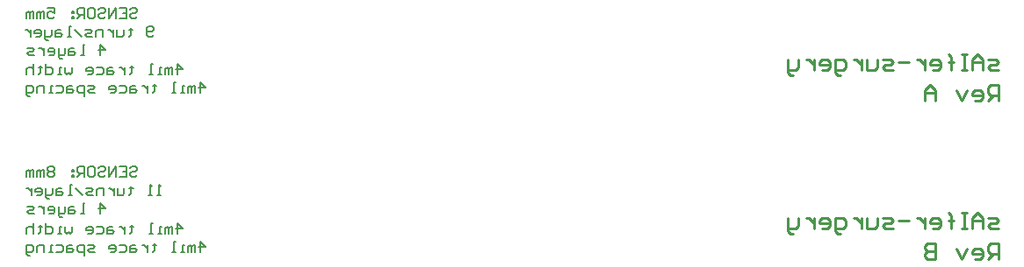
<source format=gbo>
G04*
G04 #@! TF.GenerationSoftware,Altium Limited,Altium Designer,19.1.9 (167)*
G04*
G04 Layer_Color=32896*
%FSLAX24Y24*%
%MOIN*%
G70*
G01*
G75*
%ADD38C,0.0100*%
%ADD59C,0.0070*%
D38*
X38490Y7950D02*
X38190D01*
X38090Y8050D01*
X38190Y8150D01*
X38390D01*
X38490Y8250D01*
X38390Y8350D01*
X38090D01*
X37890Y7950D02*
Y8350D01*
X37690Y8550D01*
X37490Y8350D01*
Y7950D01*
Y8250D01*
X37890D01*
X37290Y8550D02*
X37090D01*
X37190D01*
Y7950D01*
X37290D01*
X37090D01*
X36691D02*
Y8450D01*
Y8250D01*
X36791D01*
X36591D01*
X36691D01*
Y8450D01*
X36591Y8550D01*
X35991Y7950D02*
X36191D01*
X36291Y8050D01*
Y8250D01*
X36191Y8350D01*
X35991D01*
X35891Y8250D01*
Y8150D01*
X36291D01*
X35691Y8350D02*
Y7950D01*
Y8150D01*
X35591Y8250D01*
X35491Y8350D01*
X35391D01*
X35091Y8250D02*
X34691D01*
X34491Y7950D02*
X34191D01*
X34091Y8050D01*
X34191Y8150D01*
X34391D01*
X34491Y8250D01*
X34391Y8350D01*
X34091D01*
X33891D02*
Y8050D01*
X33792Y7950D01*
X33492D01*
Y8350D01*
X33292D02*
Y7950D01*
Y8150D01*
X33192Y8250D01*
X33092Y8350D01*
X32992D01*
X32492Y7750D02*
X32392D01*
X32292Y7850D01*
Y8350D01*
X32592D01*
X32692Y8250D01*
Y8050D01*
X32592Y7950D01*
X32292D01*
X31792D02*
X31992D01*
X32092Y8050D01*
Y8250D01*
X31992Y8350D01*
X31792D01*
X31692Y8250D01*
Y8150D01*
X32092D01*
X31492Y8350D02*
Y7950D01*
Y8150D01*
X31392Y8250D01*
X31292Y8350D01*
X31192D01*
X30892D02*
Y8050D01*
X30792Y7950D01*
X30493D01*
Y7850D01*
X30593Y7750D01*
X30693D01*
X30493Y7950D02*
Y8350D01*
X38490Y6790D02*
Y7390D01*
X38190D01*
X38090Y7290D01*
Y7090D01*
X38190Y6990D01*
X38490D01*
X38290D02*
X38090Y6790D01*
X37590D02*
X37790D01*
X37890Y6890D01*
Y7090D01*
X37790Y7190D01*
X37590D01*
X37490Y7090D01*
Y6990D01*
X37890D01*
X37290Y7190D02*
X37090Y6790D01*
X36891Y7190D01*
X36091Y6790D02*
Y7190D01*
X35891Y7390D01*
X35691Y7190D01*
Y6790D01*
Y7090D01*
X36091D01*
X38490Y1900D02*
X38190D01*
X38090Y2000D01*
X38190Y2100D01*
X38390D01*
X38490Y2200D01*
X38390Y2300D01*
X38090D01*
X37890Y1900D02*
Y2300D01*
X37690Y2500D01*
X37490Y2300D01*
Y1900D01*
Y2200D01*
X37890D01*
X37290Y2500D02*
X37090D01*
X37190D01*
Y1900D01*
X37290D01*
X37090D01*
X36691D02*
Y2400D01*
Y2200D01*
X36791D01*
X36591D01*
X36691D01*
Y2400D01*
X36591Y2500D01*
X35991Y1900D02*
X36191D01*
X36291Y2000D01*
Y2200D01*
X36191Y2300D01*
X35991D01*
X35891Y2200D01*
Y2100D01*
X36291D01*
X35691Y2300D02*
Y1900D01*
Y2100D01*
X35591Y2200D01*
X35491Y2300D01*
X35391D01*
X35091Y2200D02*
X34691D01*
X34491Y1900D02*
X34191D01*
X34091Y2000D01*
X34191Y2100D01*
X34391D01*
X34491Y2200D01*
X34391Y2300D01*
X34091D01*
X33891D02*
Y2000D01*
X33792Y1900D01*
X33492D01*
Y2300D01*
X33292D02*
Y1900D01*
Y2100D01*
X33192Y2200D01*
X33092Y2300D01*
X32992D01*
X32492Y1700D02*
X32392D01*
X32292Y1800D01*
Y2300D01*
X32592D01*
X32692Y2200D01*
Y2000D01*
X32592Y1900D01*
X32292D01*
X31792D02*
X31992D01*
X32092Y2000D01*
Y2200D01*
X31992Y2300D01*
X31792D01*
X31692Y2200D01*
Y2100D01*
X32092D01*
X31492Y2300D02*
Y1900D01*
Y2100D01*
X31392Y2200D01*
X31292Y2300D01*
X31192D01*
X30892D02*
Y2000D01*
X30792Y1900D01*
X30493D01*
Y1800D01*
X30593Y1700D01*
X30693D01*
X30493Y1900D02*
Y2300D01*
X38490Y740D02*
Y1340D01*
X38190D01*
X38090Y1240D01*
Y1040D01*
X38190Y940D01*
X38490D01*
X38290D02*
X38090Y740D01*
X37590D02*
X37790D01*
X37890Y840D01*
Y1040D01*
X37790Y1140D01*
X37590D01*
X37490Y1040D01*
Y940D01*
X37890D01*
X37290Y1140D02*
X37090Y740D01*
X36891Y1140D01*
X36091Y1340D02*
Y740D01*
X35791D01*
X35691Y840D01*
Y940D01*
X35791Y1040D01*
X36091D01*
X35791D01*
X35691Y1140D01*
Y1240D01*
X35791Y1340D01*
X36091D01*
D59*
X6410Y9277D02*
X6343Y9210D01*
X6210D01*
X6143Y9277D01*
Y9543D01*
X6210Y9610D01*
X6343D01*
X6410Y9543D01*
Y9477D01*
X6343Y9410D01*
X6143D01*
X5544Y9543D02*
Y9477D01*
X5610D01*
X5477D01*
X5544D01*
Y9277D01*
X5477Y9210D01*
X5277Y9477D02*
Y9277D01*
X5210Y9210D01*
X5010D01*
Y9477D01*
X4877D02*
Y9210D01*
Y9343D01*
X4811Y9410D01*
X4744Y9477D01*
X4677D01*
X4477Y9210D02*
Y9477D01*
X4277D01*
X4211Y9410D01*
Y9210D01*
X4077D02*
X3877D01*
X3811Y9277D01*
X3877Y9343D01*
X4011D01*
X4077Y9410D01*
X4011Y9477D01*
X3811D01*
X3678Y9210D02*
X3411Y9477D01*
X3278Y9210D02*
X3144D01*
X3211D01*
Y9610D01*
X3278D01*
X2878Y9477D02*
X2745D01*
X2678Y9410D01*
Y9210D01*
X2878D01*
X2944Y9277D01*
X2878Y9343D01*
X2678D01*
X2545Y9477D02*
Y9277D01*
X2478Y9210D01*
X2278D01*
Y9143D01*
X2345Y9077D01*
X2411D01*
X2278Y9210D02*
Y9477D01*
X1945Y9210D02*
X2078D01*
X2145Y9277D01*
Y9410D01*
X2078Y9477D01*
X1945D01*
X1878Y9410D01*
Y9343D01*
X2145D01*
X1745Y9477D02*
Y9210D01*
Y9343D01*
X1678Y9410D01*
X1612Y9477D01*
X1545D01*
X4400Y8530D02*
Y8930D01*
X4600Y8730D01*
X4333D01*
X3800Y8530D02*
X3667D01*
X3734D01*
Y8930D01*
X3800D01*
X3400Y8797D02*
X3267D01*
X3200Y8730D01*
Y8530D01*
X3400D01*
X3467Y8597D01*
X3400Y8663D01*
X3200D01*
X3067Y8797D02*
Y8597D01*
X3001Y8530D01*
X2801D01*
Y8463D01*
X2867Y8397D01*
X2934D01*
X2801Y8530D02*
Y8797D01*
X2467Y8530D02*
X2601D01*
X2667Y8597D01*
Y8730D01*
X2601Y8797D01*
X2467D01*
X2401Y8730D01*
Y8663D01*
X2667D01*
X2267Y8797D02*
Y8530D01*
Y8663D01*
X2201Y8730D01*
X2134Y8797D01*
X2067D01*
X1868Y8530D02*
X1668D01*
X1601Y8597D01*
X1668Y8663D01*
X1801D01*
X1868Y8730D01*
X1801Y8797D01*
X1601D01*
X7320Y7780D02*
Y8180D01*
X7520Y7980D01*
X7253D01*
X7120Y7780D02*
Y8047D01*
X7053D01*
X6987Y7980D01*
Y7780D01*
Y7980D01*
X6920Y8047D01*
X6854Y7980D01*
Y7780D01*
X6720D02*
X6587D01*
X6654D01*
Y8047D01*
X6720D01*
X6387Y7780D02*
X6254D01*
X6320D01*
Y8180D01*
X6387D01*
X5587Y8113D02*
Y8047D01*
X5654D01*
X5521D01*
X5587D01*
Y7847D01*
X5521Y7780D01*
X5321Y8047D02*
Y7780D01*
Y7913D01*
X5254Y7980D01*
X5187Y8047D01*
X5121D01*
X4854D02*
X4721D01*
X4654Y7980D01*
Y7780D01*
X4854D01*
X4921Y7847D01*
X4854Y7913D01*
X4654D01*
X4254Y8047D02*
X4454D01*
X4521Y7980D01*
Y7847D01*
X4454Y7780D01*
X4254D01*
X3921D02*
X4054D01*
X4121Y7847D01*
Y7980D01*
X4054Y8047D01*
X3921D01*
X3855Y7980D01*
Y7913D01*
X4121D01*
X3321Y8047D02*
Y7847D01*
X3255Y7780D01*
X3188Y7847D01*
X3121Y7780D01*
X3055Y7847D01*
Y8047D01*
X2921Y7780D02*
X2788D01*
X2855D01*
Y8047D01*
X2921D01*
X2322Y8180D02*
Y7780D01*
X2522D01*
X2588Y7847D01*
Y7980D01*
X2522Y8047D01*
X2322D01*
X2122Y8113D02*
Y8047D01*
X2188D01*
X2055D01*
X2122D01*
Y7847D01*
X2055Y7780D01*
X1855Y8180D02*
Y7780D01*
Y7980D01*
X1789Y8047D01*
X1655D01*
X1589Y7980D01*
Y7780D01*
X8190Y7070D02*
Y7470D01*
X8390Y7270D01*
X8123D01*
X7990Y7070D02*
Y7337D01*
X7923D01*
X7857Y7270D01*
Y7070D01*
Y7270D01*
X7790Y7337D01*
X7724Y7270D01*
Y7070D01*
X7590D02*
X7457D01*
X7524D01*
Y7337D01*
X7590D01*
X7257Y7070D02*
X7124D01*
X7190D01*
Y7470D01*
X7257D01*
X6457Y7403D02*
Y7337D01*
X6524D01*
X6391D01*
X6457D01*
Y7137D01*
X6391Y7070D01*
X6191Y7337D02*
Y7070D01*
Y7203D01*
X6124Y7270D01*
X6057Y7337D01*
X5991D01*
X5724D02*
X5591D01*
X5524Y7270D01*
Y7070D01*
X5724D01*
X5791Y7137D01*
X5724Y7203D01*
X5524D01*
X5124Y7337D02*
X5324D01*
X5391Y7270D01*
Y7137D01*
X5324Y7070D01*
X5124D01*
X4791D02*
X4924D01*
X4991Y7137D01*
Y7270D01*
X4924Y7337D01*
X4791D01*
X4725Y7270D01*
Y7203D01*
X4991D01*
X4191Y7070D02*
X3991D01*
X3925Y7137D01*
X3991Y7203D01*
X4125D01*
X4191Y7270D01*
X4125Y7337D01*
X3925D01*
X3791Y6937D02*
Y7337D01*
X3592D01*
X3525Y7270D01*
Y7137D01*
X3592Y7070D01*
X3791D01*
X3325Y7337D02*
X3192D01*
X3125Y7270D01*
Y7070D01*
X3325D01*
X3392Y7137D01*
X3325Y7203D01*
X3125D01*
X2725Y7337D02*
X2925D01*
X2992Y7270D01*
Y7137D01*
X2925Y7070D01*
X2725D01*
X2592D02*
X2459D01*
X2525D01*
Y7337D01*
X2592D01*
X2259Y7070D02*
Y7337D01*
X2059D01*
X1992Y7270D01*
Y7070D01*
X1725Y6937D02*
X1659D01*
X1592Y7003D01*
Y7337D01*
X1792D01*
X1859Y7270D01*
Y7137D01*
X1792Y7070D01*
X1592D01*
X5513Y10263D02*
X5580Y10330D01*
X5713D01*
X5780Y10263D01*
Y10197D01*
X5713Y10130D01*
X5580D01*
X5513Y10063D01*
Y9997D01*
X5580Y9930D01*
X5713D01*
X5780Y9997D01*
X5114Y10330D02*
X5380D01*
Y9930D01*
X5114D01*
X5380Y10130D02*
X5247D01*
X4980Y9930D02*
Y10330D01*
X4714Y9930D01*
Y10330D01*
X4314Y10263D02*
X4380Y10330D01*
X4514D01*
X4580Y10263D01*
Y10197D01*
X4514Y10130D01*
X4380D01*
X4314Y10063D01*
Y9997D01*
X4380Y9930D01*
X4514D01*
X4580Y9997D01*
X3981Y10330D02*
X4114D01*
X4181Y10263D01*
Y9997D01*
X4114Y9930D01*
X3981D01*
X3914Y9997D01*
Y10263D01*
X3981Y10330D01*
X3781Y9930D02*
Y10330D01*
X3581D01*
X3514Y10263D01*
Y10130D01*
X3581Y10063D01*
X3781D01*
X3647D02*
X3514Y9930D01*
X3381Y10197D02*
X3314D01*
Y10130D01*
X3381D01*
Y10197D01*
Y9997D02*
X3314D01*
Y9930D01*
X3381D01*
Y9997D01*
X2381Y10330D02*
X2648D01*
Y10130D01*
X2514Y10197D01*
X2448D01*
X2381Y10130D01*
Y9997D01*
X2448Y9930D01*
X2581D01*
X2648Y9997D01*
X2248Y9930D02*
Y10197D01*
X2181D01*
X2115Y10130D01*
Y9930D01*
Y10130D01*
X2048Y10197D01*
X1981Y10130D01*
Y9930D01*
X1848D02*
Y10197D01*
X1781D01*
X1715Y10130D01*
Y9930D01*
Y10130D01*
X1648Y10197D01*
X1581Y10130D01*
Y9930D01*
X6700Y3180D02*
X6567D01*
X6633D01*
Y3580D01*
X6700Y3513D01*
X6367Y3180D02*
X6233D01*
X6300D01*
Y3580D01*
X6367Y3513D01*
X5567D02*
Y3447D01*
X5634D01*
X5500D01*
X5567D01*
Y3247D01*
X5500Y3180D01*
X5300Y3447D02*
Y3247D01*
X5234Y3180D01*
X5034D01*
Y3447D01*
X4901D02*
Y3180D01*
Y3313D01*
X4834Y3380D01*
X4767Y3447D01*
X4701D01*
X4501Y3180D02*
Y3447D01*
X4301D01*
X4234Y3380D01*
Y3180D01*
X4101D02*
X3901D01*
X3834Y3247D01*
X3901Y3313D01*
X4034D01*
X4101Y3380D01*
X4034Y3447D01*
X3834D01*
X3701Y3180D02*
X3434Y3447D01*
X3301Y3180D02*
X3168D01*
X3234D01*
Y3580D01*
X3301D01*
X2901Y3447D02*
X2768D01*
X2701Y3380D01*
Y3180D01*
X2901D01*
X2968Y3247D01*
X2901Y3313D01*
X2701D01*
X2568Y3447D02*
Y3247D01*
X2501Y3180D01*
X2301D01*
Y3113D01*
X2368Y3047D01*
X2435D01*
X2301Y3180D02*
Y3447D01*
X1968Y3180D02*
X2101D01*
X2168Y3247D01*
Y3380D01*
X2101Y3447D01*
X1968D01*
X1902Y3380D01*
Y3313D01*
X2168D01*
X1768Y3447D02*
Y3180D01*
Y3313D01*
X1702Y3380D01*
X1635Y3447D01*
X1568D01*
X4400Y2480D02*
Y2880D01*
X4600Y2680D01*
X4333D01*
X3800Y2480D02*
X3667D01*
X3734D01*
Y2880D01*
X3800D01*
X3400Y2747D02*
X3267D01*
X3200Y2680D01*
Y2480D01*
X3400D01*
X3467Y2547D01*
X3400Y2613D01*
X3200D01*
X3067Y2747D02*
Y2547D01*
X3001Y2480D01*
X2801D01*
Y2413D01*
X2867Y2347D01*
X2934D01*
X2801Y2480D02*
Y2747D01*
X2467Y2480D02*
X2601D01*
X2667Y2547D01*
Y2680D01*
X2601Y2747D01*
X2467D01*
X2401Y2680D01*
Y2613D01*
X2667D01*
X2267Y2747D02*
Y2480D01*
Y2613D01*
X2201Y2680D01*
X2134Y2747D01*
X2067D01*
X1868Y2480D02*
X1668D01*
X1601Y2547D01*
X1668Y2613D01*
X1801D01*
X1868Y2680D01*
X1801Y2747D01*
X1601D01*
X7320Y1730D02*
Y2130D01*
X7520Y1930D01*
X7253D01*
X7120Y1730D02*
Y1997D01*
X7053D01*
X6987Y1930D01*
Y1730D01*
Y1930D01*
X6920Y1997D01*
X6854Y1930D01*
Y1730D01*
X6720D02*
X6587D01*
X6654D01*
Y1997D01*
X6720D01*
X6387Y1730D02*
X6254D01*
X6320D01*
Y2130D01*
X6387D01*
X5587Y2063D02*
Y1997D01*
X5654D01*
X5521D01*
X5587D01*
Y1797D01*
X5521Y1730D01*
X5321Y1997D02*
Y1730D01*
Y1863D01*
X5254Y1930D01*
X5187Y1997D01*
X5121D01*
X4854D02*
X4721D01*
X4654Y1930D01*
Y1730D01*
X4854D01*
X4921Y1797D01*
X4854Y1863D01*
X4654D01*
X4254Y1997D02*
X4454D01*
X4521Y1930D01*
Y1797D01*
X4454Y1730D01*
X4254D01*
X3921D02*
X4054D01*
X4121Y1797D01*
Y1930D01*
X4054Y1997D01*
X3921D01*
X3855Y1930D01*
Y1863D01*
X4121D01*
X3321Y1997D02*
Y1797D01*
X3255Y1730D01*
X3188Y1797D01*
X3121Y1730D01*
X3055Y1797D01*
Y1997D01*
X2921Y1730D02*
X2788D01*
X2855D01*
Y1997D01*
X2921D01*
X2322Y2130D02*
Y1730D01*
X2522D01*
X2588Y1797D01*
Y1930D01*
X2522Y1997D01*
X2322D01*
X2122Y2063D02*
Y1997D01*
X2188D01*
X2055D01*
X2122D01*
Y1797D01*
X2055Y1730D01*
X1855Y2130D02*
Y1730D01*
Y1930D01*
X1789Y1997D01*
X1655D01*
X1589Y1930D01*
Y1730D01*
X8190Y1020D02*
Y1420D01*
X8390Y1220D01*
X8123D01*
X7990Y1020D02*
Y1287D01*
X7923D01*
X7857Y1220D01*
Y1020D01*
Y1220D01*
X7790Y1287D01*
X7724Y1220D01*
Y1020D01*
X7590D02*
X7457D01*
X7524D01*
Y1287D01*
X7590D01*
X7257Y1020D02*
X7124D01*
X7190D01*
Y1420D01*
X7257D01*
X6457Y1353D02*
Y1287D01*
X6524D01*
X6391D01*
X6457D01*
Y1087D01*
X6391Y1020D01*
X6191Y1287D02*
Y1020D01*
Y1153D01*
X6124Y1220D01*
X6057Y1287D01*
X5991D01*
X5724D02*
X5591D01*
X5524Y1220D01*
Y1020D01*
X5724D01*
X5791Y1087D01*
X5724Y1153D01*
X5524D01*
X5124Y1287D02*
X5324D01*
X5391Y1220D01*
Y1087D01*
X5324Y1020D01*
X5124D01*
X4791D02*
X4924D01*
X4991Y1087D01*
Y1220D01*
X4924Y1287D01*
X4791D01*
X4725Y1220D01*
Y1153D01*
X4991D01*
X4191Y1020D02*
X3991D01*
X3925Y1087D01*
X3991Y1153D01*
X4125D01*
X4191Y1220D01*
X4125Y1287D01*
X3925D01*
X3791Y887D02*
Y1287D01*
X3592D01*
X3525Y1220D01*
Y1087D01*
X3592Y1020D01*
X3791D01*
X3325Y1287D02*
X3192D01*
X3125Y1220D01*
Y1020D01*
X3325D01*
X3392Y1087D01*
X3325Y1153D01*
X3125D01*
X2725Y1287D02*
X2925D01*
X2992Y1220D01*
Y1087D01*
X2925Y1020D01*
X2725D01*
X2592D02*
X2459D01*
X2525D01*
Y1287D01*
X2592D01*
X2259Y1020D02*
Y1287D01*
X2059D01*
X1992Y1220D01*
Y1020D01*
X1725Y887D02*
X1659D01*
X1592Y953D01*
Y1287D01*
X1792D01*
X1859Y1220D01*
Y1087D01*
X1792Y1020D01*
X1592D01*
X5513Y4213D02*
X5580Y4280D01*
X5713D01*
X5780Y4213D01*
Y4147D01*
X5713Y4080D01*
X5580D01*
X5513Y4013D01*
Y3947D01*
X5580Y3880D01*
X5713D01*
X5780Y3947D01*
X5114Y4280D02*
X5380D01*
Y3880D01*
X5114D01*
X5380Y4080D02*
X5247D01*
X4980Y3880D02*
Y4280D01*
X4714Y3880D01*
Y4280D01*
X4314Y4213D02*
X4380Y4280D01*
X4514D01*
X4580Y4213D01*
Y4147D01*
X4514Y4080D01*
X4380D01*
X4314Y4013D01*
Y3947D01*
X4380Y3880D01*
X4514D01*
X4580Y3947D01*
X3981Y4280D02*
X4114D01*
X4181Y4213D01*
Y3947D01*
X4114Y3880D01*
X3981D01*
X3914Y3947D01*
Y4213D01*
X3981Y4280D01*
X3781Y3880D02*
Y4280D01*
X3581D01*
X3514Y4213D01*
Y4080D01*
X3581Y4013D01*
X3781D01*
X3647D02*
X3514Y3880D01*
X3381Y4147D02*
X3314D01*
Y4080D01*
X3381D01*
Y4147D01*
Y3947D02*
X3314D01*
Y3880D01*
X3381D01*
Y3947D01*
X2648Y4213D02*
X2581Y4280D01*
X2448D01*
X2381Y4213D01*
Y4147D01*
X2448Y4080D01*
X2381Y4013D01*
Y3947D01*
X2448Y3880D01*
X2581D01*
X2648Y3947D01*
Y4013D01*
X2581Y4080D01*
X2648Y4147D01*
Y4213D01*
X2581Y4080D02*
X2448D01*
X2248Y3880D02*
Y4147D01*
X2181D01*
X2115Y4080D01*
Y3880D01*
Y4080D01*
X2048Y4147D01*
X1981Y4080D01*
Y3880D01*
X1848D02*
Y4147D01*
X1781D01*
X1715Y4080D01*
Y3880D01*
Y4080D01*
X1648Y4147D01*
X1581Y4080D01*
Y3880D01*
M02*

</source>
